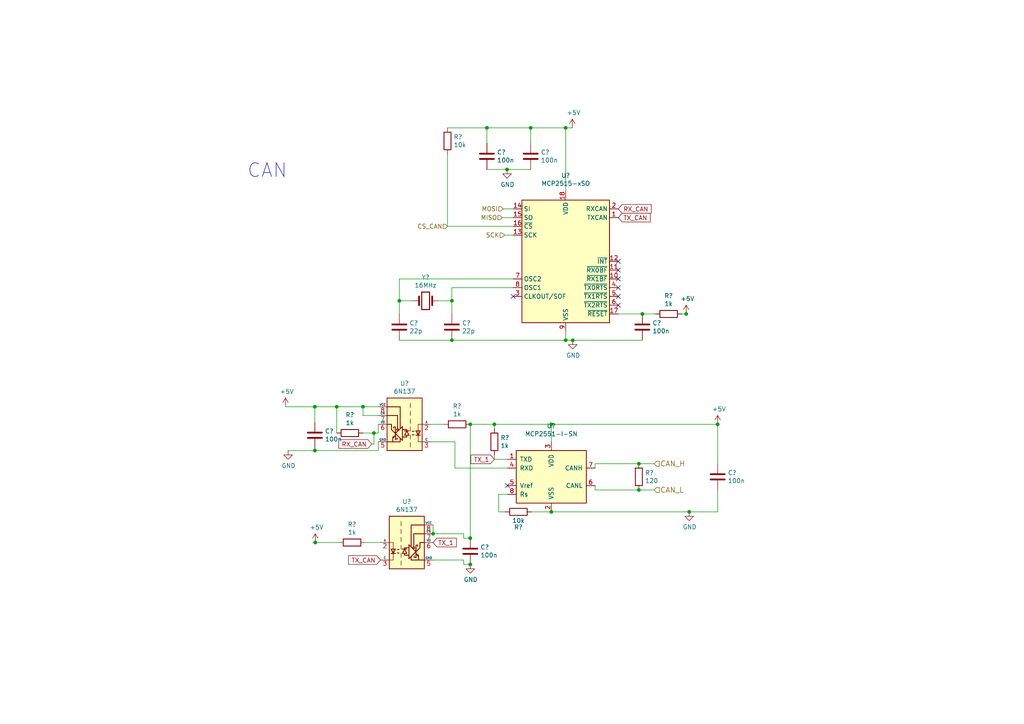
<source format=kicad_sch>
(kicad_sch (version 20230121) (generator eeschema)
  (paper "A4")
  (title_block (title "E16 BMS Master CAN") (date "2022-01-10") (rev "V1") (company "FTAG") (comment 1 "John Pausder"))
  (lib_symbols
    (symbol "Device:C" (pin_numbers hide) (pin_names (offset 0.254))
      (property "Reference" "C" (at 0.635 2.54 0))
      (property "Value" "C" (at 0.635 -2.54 0))
      (symbol "C_0_1"
        (polyline (pts (xy -2.032 -0.762) (xy 2.032 -0.762)) (stroke (width 0.508)))
        (polyline (pts (xy -2.032 0.762) (xy 2.032 0.762)) (stroke (width 0.508)))
      )
      (symbol "C_1_1"
        (pin passive line (at 0 3.81 270) (length 2.794) (name "~") (number "1"))
        (pin passive line (at 0 -3.81 90) (length 2.794) (name "~") (number "2"))
      )
    )
    (symbol "Device:Crystal" (pin_numbers hide) (pin_names (offset 1.016) hide)
      (property "Reference" "Y" (at 0 3.81 0))
      (property "Value" "Crystal" (at 0 -3.81 0))
      (symbol "Crystal_0_1"
        (rectangle (start -1.143 2.54) (end 1.143 -2.54) (stroke (width 0.3048)))
        (polyline (pts (xy -2.54 0) (xy -1.905 0)))
        (polyline (pts (xy -1.905 -1.27) (xy -1.905 1.27)) (stroke (width 0.508)))
        (polyline (pts (xy 1.905 -1.27) (xy 1.905 1.27)) (stroke (width 0.508)))
        (polyline (pts (xy 2.54 0) (xy 1.905 0)))
      )
      (symbol "Crystal_1_1"
        (pin passive line (at -3.81 0 0) (length 1.27) (name "1") (number "1"))
        (pin passive line (at 3.81 0 180) (length 1.27) (name "2") (number "2"))
      )
    )
    (symbol "Device:R" (pin_numbers hide) (pin_names (offset 0))
      (property "Reference" "R" (at 2.032 0 90))
      (property "Value" "R" (at 0 0 90))
      (symbol "R_0_1"
        (rectangle (start -1.016 -2.54) (end 1.016 2.54) (stroke (width 0.254)))
      )
      (symbol "R_1_1"
        (pin passive line (at 0 3.81 270) (length 1.27) (name "~") (number "1"))
        (pin passive line (at 0 -3.81 90) (length 1.27) (name "~") (number "2"))
      )
    )
    (symbol "Interface_CAN_LIN:MCP2515-xSO"
      (property "Reference" "U" (at -10.16 19.685 0))
      (property "Value" "MCP2515-xSO" (at 19.05 20.32 0))
      (symbol "MCP2515-xSO_0_1"
        (rectangle (start -12.7 17.78) (end 12.7 -17.78) (stroke (width 0.254)) (fill (type background)))
      )
      (symbol "MCP2515-xSO_1_1"
        (pin output line (at 15.24 12.7 180) (length 2.54) (name "TXCAN") (number "1"))
        (pin output line (at 15.24 -5.08 180) (length 2.54) (name "~{RX1BF}") (number "10"))
        (pin output line (at 15.24 -2.54 180) (length 2.54) (name "~{RX0BF}") (number "11"))
        (pin output line (at 15.24 0 180) (length 2.54) (name "~{INT}") (number "12"))
        (pin input line (at -15.24 7.62 0) (length 2.54) (name "SCK") (number "13"))
        (pin input line (at -15.24 15.24 0) (length 2.54) (name "SI") (number "14"))
        (pin output line (at -15.24 12.7 0) (length 2.54) (name "SO") (number "15"))
        (pin input line (at -15.24 10.16 0) (length 2.54) (name "~{CS}") (number "16"))
        (pin input line (at 15.24 -15.24 180) (length 2.54) (name "~{RESET}") (number "17"))
        (pin power_in line (at 0 20.32 270) (length 2.54) (name "VDD") (number "18"))
        (pin input line (at 15.24 15.24 180) (length 2.54) (name "RXCAN") (number "2"))
        (pin output line (at -15.24 -10.16 0) (length 2.54) (name "CLKOUT/SOF") (number "3"))
        (pin input line (at 15.24 -7.62 180) (length 2.54) (name "~{TX0RTS}") (number "4"))
        (pin input line (at 15.24 -10.16 180) (length 2.54) (name "~{TX1RTS}") (number "5"))
        (pin input line (at 15.24 -12.7 180) (length 2.54) (name "~{TX2RTS}") (number "6"))
        (pin output line (at -15.24 -5.08 0) (length 2.54) (name "OSC2") (number "7"))
        (pin input line (at -15.24 -7.62 0) (length 2.54) (name "OSC1") (number "8"))
        (pin power_in line (at 0 -20.32 90) (length 2.54) (name "VSS") (number "9"))
      )
    )
    (symbol "Interface_CAN_LIN:MCP2551-I-SN" (pin_names (offset 1.016))
      (property "Reference" "U" (at -10.16 8.89 0))
      (property "Value" "MCP2551-I-SN" (at 2.54 8.89 0))
      (symbol "MCP2551-I-SN_0_1"
        (rectangle (start -10.16 7.62) (end 10.16 -7.62) (stroke (width 0.254)) (fill (type background)))
      )
      (symbol "MCP2551-I-SN_1_1"
        (pin input line (at -12.7 5.08 0) (length 2.54) (name "TXD") (number "1"))
        (pin power_in line (at 0 -10.16 90) (length 2.54) (name "VSS") (number "2"))
        (pin power_in line (at 0 10.16 270) (length 2.54) (name "VDD") (number "3"))
        (pin output line (at -12.7 2.54 0) (length 2.54) (name "RXD") (number "4"))
        (pin power_out line (at -12.7 -2.54 0) (length 2.54) (name "Vref") (number "5"))
        (pin bidirectional line (at 12.7 -2.54 180) (length 2.54) (name "CANL") (number "6"))
        (pin bidirectional line (at 12.7 2.54 180) (length 2.54) (name "CANH") (number "7"))
        (pin input line (at -12.7 -5.08 0) (length 2.54) (name "Rs") (number "8"))
      )
    )
    (symbol "Isolator:6N137" (pin_names (offset 0))
      (property "Reference" "U" (at -4.064 8.89 0))
      (property "Value" "6N137" (at 0 -8.89 0))
      (symbol "6N137_0_1"
        (polyline (pts (xy 2.667 -3.556) (xy 2.667 -1.651)) (stroke (width 0.254)))
        (polyline (pts (xy 2.667 -2.159) (xy 2.667 -2.921)) (stroke (width 0.254)))
        (polyline (pts (xy 3.429 -3.937) (xy 3.429 -5.08)) (stroke (width 0.254)))
        (polyline (pts (xy -0.635 -3.302) (xy -0.635 -3.683) (xy 0.635 -3.683)) (stroke (width 0.254)))
        (polyline (pts (xy -0.635 -1.905) (xy -0.635 -1.524) (xy 0.508 -1.524)) (stroke (width 0.254)))
        (polyline (pts (xy 1.27 -4.064) (xy 1.27 -5.08) (xy 5.08 -5.08)) (stroke (width 0.254)))
        (polyline (pts (xy 1.27 -1.27) (xy 1.27 5.08) (xy 5.08 5.08)) (stroke (width 0.254)))
        (polyline (pts (xy 2.032 -1.27) (xy 2.032 2.54) (xy 5.08 2.54)) (stroke (width 0.254)))
        (polyline (pts (xy -5.08 -5.08) (xy -3.937 -5.08) (xy -3.937 0) (xy -5.08 0)))
        (polyline (pts (xy 2.667 -3.302) (xy 2.667 -4.318) (xy 2.159 -4.318) (xy 2.159 -3.937)) (stroke (width 0.254)))
        (polyline (pts (xy 2.667 -2.667) (xy 0.635 -4.699) (xy 0.635 -0.635) (xy 2.667 -2.667)) (stroke (width 0.254)))
        (polyline (pts (xy 2.667 -1.778) (xy 2.667 -0.762) (xy 3.175 -0.762) (xy 3.175 -1.143)) (stroke (width 0.254)))
        (polyline (pts (xy 2.794 -2.54) (xy 3.81 -1.524) (xy 3.81 0) (xy 5.08 0)) (stroke (width 0.254)))
        (polyline (pts (xy 2.667 -3.175) (xy 3.429 -3.937) (xy 3.302 -3.556) (xy 3.048 -3.81) (xy 3.429 -3.937)) (stroke (width 0.254)))
        (circle (center 2.032 -1.524) (radius 0.254) (stroke (width 0.254)))
      )
      (symbol "6N137_1_1"
        (rectangle (start -5.08 7.62) (end 5.08 -7.62) (stroke (width 0.254)) (fill (type background)))
        (polyline (pts (xy -4.572 -3.175) (xy -3.302 -3.175)) (stroke (width 0.254)))
        (polyline (pts (xy -1.651 -5.334) (xy -1.651 -6.604)))
        (polyline (pts (xy -1.651 -3.048) (xy -1.651 -4.318)))
        (polyline (pts (xy -1.651 -0.762) (xy -1.651 -2.032)))
        (polyline (pts (xy -1.651 1.524) (xy -1.651 0.254)))
        (polyline (pts (xy -1.651 3.81) (xy -1.651 2.54)))
        (polyline (pts (xy -1.651 6.096) (xy -1.651 4.826)))
        (polyline (pts (xy -1.27 -1.905) (xy 0 -1.905)) (stroke (width 0.254)))
        (polyline (pts (xy -3.937 -3.175) (xy -4.572 -1.905) (xy -3.302 -1.905) (xy -3.937 -3.175)) (stroke (width 0.254)))
        (polyline (pts (xy -0.635 -1.905) (xy -1.27 -3.175) (xy 0 -3.175) (xy -0.635 -1.905)) (stroke (width 0.254)))
        (polyline (pts (xy -2.921 -3.048) (xy -2.159 -3.048) (xy -2.54 -3.175) (xy -2.54 -2.921) (xy -2.159 -3.048)) (stroke (width 0.127)))
        (polyline (pts (xy -2.921 -2.032) (xy -2.159 -2.032) (xy -2.54 -2.159) (xy -2.54 -1.905) (xy -2.159 -2.032)) (stroke (width 0.127)))
        (pin no_connect line (at -5.08 5.08 0) (length 2.54) hide (name "NC") (number "1"))
        (pin passive line (at -7.62 0 0) (length 2.54) (name "A") (number "2"))
        (pin passive line (at -7.62 -5.08 0) (length 2.54) (name "C") (number "3"))
        (pin power_in line (at 7.62 -5.08 180) (length 2.54) (name "GND") (number "5"))
        (pin open_collector line (at 7.62 0 180) (length 2.54) (name "VO") (number "6"))
        (pin input line (at 7.62 2.54 180) (length 2.54) (name "EN") (number "7"))
        (pin power_in line (at 7.62 5.08 180) (length 2.54) (name "VCC") (number "8"))
      )
    )
    (symbol "power:+5V" (power) (pin_names (offset 0))
      (property "Value" "+5V" (at 0 3.556 0))
      (symbol "+5V_0_1"
        (polyline (pts (xy -0.762 1.27) (xy 0 2.54)))
        (polyline (pts (xy 0 0) (xy 0 2.54)))
        (polyline (pts (xy 0 2.54) (xy 0.762 1.27)))
      )
      (symbol "+5V_1_1"
        (pin power_in line (at 0 0 90) (length 0) hide (name "+5V") (number "1"))
      )
    )
    (symbol "power:GND" (power) (pin_names (offset 0))
      (property "Value" "GND" (at 0 -3.81 0))
      (symbol "GND_0_1"
        (polyline (pts (xy 0 0) (xy 0 -1.27) (xy 1.27 -1.27) (xy 0 -2.54) (xy -1.27 -1.27) (xy 0 -1.27)))
      )
      (symbol "GND_1_1"
        (pin power_in line (at 0 0 270) (length 0) hide (name "GND") (number "1"))
      )
    )
  )
  (junction (at 91.44 157.353))
  (junction (at 91.313 117.983))
  (junction (at 185.293 134.493))
  (junction (at 153.924 37.084))
  (junction (at 186.309 91.059))
  (junction (at 199.009 91.059))
  (junction (at 164.084 98.679))
  (junction (at 136.398 163.703))
  (junction (at 147.066 49.149))
  (junction (at 143.383 123.063))
  (junction (at 208.153 123.063))
  (junction (at 136.398 123.063))
  (junction (at 199.898 148.463))
  (junction (at 131.064 98.679))
  (junction (at 159.893 123.063))
  (junction (at 164.084 37.084))
  (junction (at 91.313 130.683))
  (junction (at 131.064 87.249))
  (junction (at 185.293 142.113))
  (junction (at 108.458 125.603))
  (junction (at 105.283 117.983))
  (junction (at 159.893 148.463))
  (junction (at 136.398 156.083))
  (junction (at 97.663 117.983))
  (junction (at 141.224 37.084))
  (junction (at 125.603 154.813))
  (junction (at 166.116 98.679))
  (junction (at 115.824 87.249))
  (no_connect (at 179.324 78.359))
  (no_connect (at 179.324 80.899))
  (no_connect (at 179.324 88.519))
  (no_connect (at 179.324 83.439))
  (no_connect (at 179.324 85.979))
  (no_connect (at 179.324 75.819))
  (no_connect (at 147.193 140.843))
  (no_connect (at 148.844 85.979))
  (wire (pts (xy 91.313 130.683) (xy 109.728 130.683)))
  (wire (pts (xy 131.953 128.143) (xy 124.968 128.143)))
  (wire (pts (xy 105.283 120.523) (xy 109.728 120.523)))
  (wire (pts (xy 199.898 148.463) (xy 159.893 148.463)))
  (wire (pts (xy 131.064 83.439) (xy 148.844 83.439)))
  (wire (pts (xy 109.728 128.143) (xy 109.728 130.683)))
  (wire (pts (xy 208.153 134.493) (xy 208.153 123.063)))
  (wire (pts (xy 129.794 65.659) (xy 148.844 65.659)))
  (wire (pts (xy 144.653 148.463) (xy 146.558 148.463)))
  (wire (pts (xy 124.968 123.063) (xy 128.778 123.063)))
  (wire (pts (xy 115.824 98.679) (xy 131.064 98.679)))
  (wire (pts (xy 199.898 148.463) (xy 208.153 148.463)))
  (wire (pts (xy 159.893 148.463) (xy 154.178 148.463)))
  (wire (pts (xy 164.084 37.084) (xy 164.084 55.499)))
  (wire (pts (xy 131.064 91.059) (xy 131.064 87.249)))
  (wire (pts (xy 144.653 143.383) (xy 144.653 148.463)))
  (wire (pts (xy 131.953 135.763) (xy 131.953 128.143)))
  (wire (pts (xy 108.458 125.603) (xy 109.728 125.603)))
  (wire (pts (xy 91.313 117.983) (xy 97.663 117.983)))
  (wire (pts (xy 143.383 133.223) (xy 143.383 131.953)))
  (wire (pts (xy 186.309 91.059) (xy 190.119 91.059)))
  (wire (pts (xy 145.669 63.119) (xy 148.844 63.119)))
  (wire (pts (xy 159.893 123.063) (xy 159.893 128.143)))
  (wire (pts (xy 136.398 123.063) (xy 143.383 123.063)))
  (wire (pts (xy 146.304 68.199) (xy 148.844 68.199)))
  (wire (pts (xy 141.224 49.149) (xy 147.066 49.149)))
  (wire (pts (xy 145.923 60.579) (xy 148.844 60.579)))
  (wire (pts (xy 91.313 130.683) (xy 91.313 130.048)))
  (wire (pts (xy 108.458 128.778) (xy 108.458 125.603)))
  (wire (pts (xy 147.193 135.763) (xy 131.953 135.763)))
  (wire (pts (xy 185.293 142.113) (xy 189.738 142.113)))
  (wire (pts (xy 166.116 98.679) (xy 186.309 98.679)))
  (wire (pts (xy 172.593 134.493) (xy 172.593 135.763)))
  (wire (pts (xy 208.153 142.113) (xy 208.153 148.463)))
  (wire (pts (xy 153.924 37.084) (xy 153.924 41.529)))
  (wire (pts (xy 91.44 157.353) (xy 98.298 157.353)))
  (wire (pts (xy 107.823 128.778) (xy 108.458 128.778)))
  (wire (pts (xy 134.493 156.083) (xy 136.398 156.083)))
  (wire (pts (xy 134.493 154.813) (xy 134.493 156.083)))
  (wire (pts (xy 179.324 91.059) (xy 186.309 91.059)))
  (wire (pts (xy 147.066 49.149) (xy 153.924 49.149)))
  (wire (pts (xy 105.283 117.983) (xy 109.728 117.983)))
  (wire (pts (xy 159.893 123.063) (xy 208.153 123.063)))
  (wire (pts (xy 115.824 91.059) (xy 115.824 87.249)))
  (wire (pts (xy 115.824 87.249) (xy 115.824 80.899)))
  (wire (pts (xy 91.313 130.683) (xy 83.566 130.683)))
  (wire (pts (xy 153.924 37.084) (xy 164.084 37.084)))
  (wire (pts (xy 105.918 157.353) (xy 110.363 157.353)))
  (wire (pts (xy 127.254 87.249) (xy 131.064 87.249)))
  (wire (pts (xy 125.603 154.813) (xy 134.493 154.813)))
  (wire (pts (xy 143.383 124.333) (xy 143.383 123.063)))
  (wire (pts (xy 125.603 162.433) (xy 134.493 162.433)))
  (wire (pts (xy 125.603 154.813) (xy 125.603 152.273)))
  (wire (pts (xy 147.193 143.383) (xy 144.653 143.383)))
  (wire (pts (xy 129.794 37.084) (xy 141.224 37.084)))
  (wire (pts (xy 136.398 156.083) (xy 136.398 123.063)))
  (wire (pts (xy 172.593 142.113) (xy 185.293 142.113)))
  (wire (pts (xy 185.293 134.493) (xy 172.593 134.493)))
  (wire (pts (xy 115.824 80.899) (xy 148.844 80.899)))
  (wire (pts (xy 97.663 125.603) (xy 97.663 117.983)))
  (wire (pts (xy 134.493 163.703) (xy 136.398 163.703)))
  (wire (pts (xy 134.493 162.433) (xy 134.493 163.703)))
  (wire (pts (xy 131.064 98.679) (xy 164.084 98.679)))
  (wire (pts (xy 131.064 87.249) (xy 131.064 83.439)))
  (wire (pts (xy 105.283 125.603) (xy 108.458 125.603)))
  (wire (pts (xy 164.084 98.679) (xy 166.116 98.679)))
  (wire (pts (xy 119.634 87.249) (xy 115.824 87.249)))
  (wire (pts (xy 105.283 117.983) (xy 105.283 120.523)))
  (wire (pts (xy 199.009 91.059) (xy 199.009 91.186)))
  (wire (pts (xy 90.678 157.353) (xy 91.44 157.353)))
  (wire (pts (xy 143.383 123.063) (xy 159.893 123.063)))
  (wire (pts (xy 109.728 125.603) (xy 109.728 123.063)))
  (wire (pts (xy 185.293 134.493) (xy 189.738 134.493)))
  (wire (pts (xy 141.224 37.084) (xy 153.924 37.084)))
  (wire (pts (xy 172.593 140.843) (xy 172.593 142.113)))
  (wire (pts (xy 164.084 96.139) (xy 164.084 98.679)))
  (wire (pts (xy 91.313 122.428) (xy 91.313 117.983)))
  (wire (pts (xy 197.739 91.059) (xy 199.009 91.059)))
  (wire (pts (xy 82.804 117.983) (xy 91.313 117.983)))
  (wire (pts (xy 141.224 41.529) (xy 141.224 37.084)))
  (wire (pts (xy 129.794 44.704) (xy 129.794 65.659)))
  (wire (pts (xy 147.193 133.223) (xy 143.383 133.223)))
  (wire (pts (xy 97.663 117.983) (xy 105.283 117.983)))
  (wire (pts (xy 164.084 37.084) (xy 165.989 37.084)))
  (text "CAN\n" (at 71.628 51.943 0) (effects (font (size 3.9878 3.9878)) (justify left bottom)))
  (global_label "RX_CAN" (shape input) (at 107.823 128.778 180) (property "Intersheetrefs" "${INTERSHEET_REFS}" (effects hide)))
  (global_label "TX_1" (shape input) (at 125.603 157.353 0) (property "Intersheetrefs" "${INTERSHEET_REFS}" (effects hide)))
  (global_label "RX_CAN" (shape input) (at 179.324 60.579 0) (property "Intersheetrefs" "${INTERSHEET_REFS}" (effects hide)))
  (global_label "TX_1" (shape input) (at 143.383 133.223 180) (property "Intersheetrefs" "${INTERSHEET_REFS}" (effects hide)))
  (global_label "TX_CAN" (shape input) (at 110.363 162.433 180) (property "Intersheetrefs" "${INTERSHEET_REFS}" (effects hide)))
  (global_label "TX_CAN" (shape input) (at 179.324 63.119 0) (property "Intersheetrefs" "${INTERSHEET_REFS}" (effects hide)))
  (hierarchical_label "SCK" (shape input) (at 146.304 68.199 180))
  (hierarchical_label "MOSI" (shape input) (at 145.923 60.579 180))
  (hierarchical_label "MISO" (shape input) (at 145.669 63.119 180))
  (hierarchical_label "CAN_L" (shape input) (at 189.738 142.113 0) (effects (font (size 1.4986 1.4986))))
  (hierarchical_label "CAN_H" (shape input) (at 189.738 134.493 0) (effects (font (size 1.4986 1.4986))))
  (hierarchical_label "CS_CAN" (shape input) (at 129.794 65.659 180))
  (symbol (lib_id "Device:C") (at 91.313 126.238 0) (unit 1)
    (property "Reference" "C?" (at 94.234 125.0696 0) (effects (justify left)))
    (property "Value" "100n" (at 94.234 127.381 0) (effects (justify left)))
    (property "Footprint" "Capacitor_SMD:C_1206_3216Metric_Pad1.33x1.80mm_HandSolder" (effects hide))
    (instances (project "E16 BMS Master" (path "" (reference "C?") (unit 1)) (path "" (reference "C4") (unit 1))))
  )
  (symbol (lib_id "Device:R") (at 101.473 125.603 270) (unit 1)
    (property "Reference" "R?" (at 101.473 120.3452 90))
    (property "Value" "1k" (at 101.473 122.6566 90))
    (property "Footprint" "Resistor_SMD:R_1206_3216Metric_Pad1.30x1.75mm_HandSolder" (effects hide))
    (instances (project "E16 BMS Master" (path "" (reference "R?") (unit 1)) (path "" (reference "R7") (unit 1))))
  )
  (symbol (lib_id "Isolator:6N137") (at 117.348 123.063 0) (mirror y) (unit 1)
    (property "Reference" "U?" (at 117.348 111.2012 0))
    (property "Value" "6N137" (at 117.348 113.5126 0))
    (property "Footprint" "Package_DIP:DIP-8_W7.62mm" (effects hide))
    (property "Datasheet" "https://docs.broadcom.com/docs/AV02-0940EN" (effects hide))
    (instances (project "E16 BMS Master" (path "" (reference "U?") (unit 1)) (path "" (reference "U2") (unit 1))))
  )
  (symbol (lib_id "Isolator:6N137") (at 117.983 157.353 0) (unit 1)
    (property "Reference" "U?" (at 117.983 145.4912 0))
    (property "Value" "6N137" (at 117.983 147.8026 0))
    (property "Footprint" "Package_DIP:DIP-8_W7.62mm" (effects hide))
    (property "Datasheet" "https://docs.broadcom.com/docs/AV02-0940EN" (effects hide))
    (instances (project "E16 BMS Master" (path "" (reference "U?") (unit 1)) (path "" (reference "U3") (unit 1))))
  )
  (symbol (lib_id "Interface_CAN_LIN:MCP2551-I-SN") (at 159.893 138.303 0) (unit 1)
    (property "Reference" "U?" (at 159.893 123.5456 0))
    (property "Value" "MCP2551-I-SN" (at 159.893 125.857 0))
    (property "Footprint" "Package_SO:SOIC-8_3.9x4.9mm_P1.27mm" (effects hide))
    (property "Datasheet" "http://ww1.microchip.com/downloads/en/devicedoc/21667d.pdf" (effects hide))
    (instances (project "E16 BMS Master" (path "" (reference "U?") (unit 1)) (path "" (reference "U4") (unit 1))))
  )
  (symbol (lib_id "Device:R") (at 132.588 123.063 270) (unit 1)
    (property "Reference" "R?" (at 132.588 117.8052 90))
    (property "Value" "1k" (at 132.588 120.1166 90))
    (property "Footprint" "Resistor_SMD:R_1206_3216Metric_Pad1.30x1.75mm_HandSolder" (effects hide))
    (instances (project "E16 BMS Master" (path "" (reference "R?") (unit 1)) (path "" (reference "R10") (unit 1))))
  )
  (symbol (lib_id "Device:R") (at 185.293 138.303 180) (unit 1)
    (property "Reference" "R?" (at 187.071 137.1346 0) (effects (justify right)))
    (property "Value" "120" (at 187.071 139.446 0) (effects (justify right)))
    (property "Footprint" "Resistor_SMD:R_1206_3216Metric_Pad1.30x1.75mm_HandSolder" (effects hide))
    (instances (project "E16 BMS Master" (path "" (reference "R?") (unit 1)) (path "" (reference "R13") (unit 1))))
  )
  (symbol (lib_id "Device:C") (at 208.153 138.303 0) (unit 1)
    (property "Reference" "C?" (at 211.074 137.1346 0) (effects (justify left)))
    (property "Value" "100n" (at 211.074 139.446 0) (effects (justify left)))
    (property "Footprint" "Capacitor_SMD:C_1206_3216Metric_Pad1.33x1.80mm_HandSolder" (effects hide))
    (instances (project "E16 BMS Master" (path "" (reference "C?") (unit 1)) (path "" (reference "C11") (unit 1))))
  )
  (symbol (lib_id "Device:C") (at 136.398 159.893 0) (unit 1)
    (property "Reference" "C?" (at 139.319 158.7246 0) (effects (justify left)))
    (property "Value" "100n" (at 139.319 161.036 0) (effects (justify left)))
    (property "Footprint" "Capacitor_SMD:C_1206_3216Metric_Pad1.33x1.80mm_HandSolder" (effects hide))
    (instances (project "E16 BMS Master" (path "" (reference "C?") (unit 1)) (path "" (reference "C7") (unit 1))))
  )
  (symbol (lib_id "Device:R") (at 102.108 157.353 270) (unit 1)
    (property "Reference" "R?" (at 102.108 152.0952 90))
    (property "Value" "1k" (at 102.108 154.4066 90))
    (property "Footprint" "Resistor_SMD:R_1206_3216Metric_Pad1.30x1.75mm_HandSolder" (effects hide))
    (instances (project "E16 BMS Master" (path "" (reference "R?") (unit 1)) (path "" (reference "R8") (unit 1))))
  )
  (symbol (lib_id "Device:R") (at 143.383 128.143 180) (unit 1)
    (property "Reference" "R?" (at 145.161 126.9746 0) (effects (justify right)))
    (property "Value" "1k" (at 145.161 129.286 0) (effects (justify right)))
    (property "Footprint" "Resistor_SMD:R_1206_3216Metric_Pad1.30x1.75mm_HandSolder" (effects hide))
    (instances (project "E16 BMS Master" (path "" (reference "R?") (unit 1)) (path "" (reference "R11") (unit 1))))
  )
  (symbol (lib_id "Device:R") (at 150.368 148.463 90) (unit 1)
    (property "Reference" "R?" (at 150.368 152.908 90))
    (property "Value" "10k" (at 150.368 151.003 90))
    (property "Footprint" "Resistor_SMD:R_1206_3216Metric_Pad1.30x1.75mm_HandSolder" (effects hide))
    (instances (project "E16 BMS Master" (path "" (reference "R?") (unit 1)) (path "" (reference "R12") (unit 1))))
  )
  (symbol (lib_id "Interface_CAN_LIN:MCP2515-xSO") (at 164.084 75.819 0) (unit 1)
    (property "Reference" "U?" (at 164.084 50.9016 0))
    (property "Value" "MCP2515-xSO" (at 164.084 53.213 0))
    (property "Footprint" "Package_SO:SOIC-18W_7.5x11.6mm_P1.27mm" (effects hide))
    (property "Datasheet" "http://ww1.microchip.com/downloads/en/DeviceDoc/21801e.pdf" (effects hide))
    (instances (project "E16 BMS Master" (path "" (reference "U?") (unit 1)) (path "" (reference "U5") (unit 1))))
  )
  (symbol (lib_id "Device:C") (at 115.824 94.869 0) (unit 1)
    (property "Reference" "C?" (at 118.745 93.7006 0) (effects (justify left)))
    (property "Value" "22p" (at 118.745 96.012 0) (effects (justify left)))
    (property "Footprint" "Capacitor_SMD:C_1206_3216Metric_Pad1.33x1.80mm_HandSolder" (effects hide))
    (instances (project "E16 BMS Master" (path "" (reference "C?") (unit 1)) (path "" (reference "C5") (unit 1))))
  )
  (symbol (lib_id "Device:C") (at 131.064 94.869 0) (unit 1)
    (property "Reference" "C?" (at 133.985 93.7006 0) (effects (justify left)))
    (property "Value" "22p" (at 133.985 96.012 0) (effects (justify left)))
    (property "Footprint" "Capacitor_SMD:C_1206_3216Metric_Pad1.33x1.80mm_HandSolder" (effects hide))
    (instances (project "E16 BMS Master" (path "" (reference "C?") (unit 1)) (path "" (reference "C6") (unit 1))))
  )
  (symbol (lib_id "Device:C") (at 186.309 94.869 0) (unit 1)
    (property "Reference" "C?" (at 189.23 93.7006 0) (effects (justify left)))
    (property "Value" "100n" (at 189.23 96.012 0) (effects (justify left)))
    (property "Footprint" "Capacitor_SMD:C_1206_3216Metric_Pad1.33x1.80mm_HandSolder" (effects hide))
    (instances (project "E16 BMS Master" (path "" (reference "C?") (unit 1)) (path "" (reference "C10") (unit 1))))
  )
  (symbol (lib_id "Device:C") (at 141.224 45.339 0) (unit 1)
    (property "Reference" "C?" (at 144.145 44.1706 0) (effects (justify left)))
    (property "Value" "100n" (at 144.145 46.482 0) (effects (justify left)))
    (property "Footprint" "Capacitor_SMD:C_1206_3216Metric_Pad1.33x1.80mm_HandSolder" (effects hide))
    (instances (project "E16 BMS Master" (path "" (reference "C?") (unit 1)) (path "" (reference "C8") (unit 1))))
  )
  (symbol (lib_id "Device:C") (at 153.924 45.339 0) (unit 1)
    (property "Reference" "C?" (at 156.845 44.1706 0) (effects (justify left)))
    (property "Value" "100n" (at 156.845 46.482 0) (effects (justify left)))
    (property "Footprint" "Capacitor_SMD:C_1206_3216Metric_Pad1.33x1.80mm_HandSolder" (effects hide))
    (instances (project "E16 BMS Master" (path "" (reference "C?") (unit 1)) (path "" (reference "C9") (unit 1))))
  )
  (symbol (lib_id "Device:Crystal") (at 123.444 87.249 0) (unit 1)
    (property "Reference" "Y?" (at 123.444 80.4418 0))
    (property "Value" "16MHz" (at 123.444 82.7532 0))
    (property "Footprint" "Crystal:Crystal_SMD_HC49-SD_HandSoldering" (effects hide))
    (instances (project "E16 BMS Master" (path "" (reference "Y?") (unit 1)) (path "" (reference "Y1") (unit 1))))
  )
  (symbol (lib_id "Device:R") (at 129.794 40.894 0) (unit 1)
    (property "Reference" "R?" (at 131.572 39.7256 0) (effects (justify left)))
    (property "Value" "10k" (at 131.572 42.037 0) (effects (justify left)))
    (property "Footprint" "Resistor_SMD:R_1206_3216Metric_Pad1.30x1.75mm_HandSolder" (effects hide))
    (instances (project "E16 BMS Master" (path "" (reference "R?") (unit 1)) (path "" (reference "R9") (unit 1))))
  )
  (symbol (lib_id "Device:R") (at 193.929 91.059 270) (unit 1)
    (property "Reference" "R?" (at 193.929 85.8012 90))
    (property "Value" "1k" (at 193.929 88.1126 90))
    (property "Footprint" "Resistor_SMD:R_1206_3216Metric_Pad1.30x1.75mm_HandSolder" (effects hide))
    (instances (project "E16 BMS Master" (path "" (reference "R?") (unit 1)) (path "" (reference "R14") (unit 1))))
  )
  (symbol (lib_id "power:+5V") (at 165.989 37.084 0) (unit 1)
    (property "Reference" "#PWR0101" (effects hide))
    (property "Value" "+5V" (at 166.37 32.6898 0))
  )
  (symbol (lib_id "power:+5V") (at 199.009 91.059 0) (unit 1)
    (property "Reference" "#PWR0102" (effects hide))
    (property "Value" "+5V" (at 199.39 86.6648 0))
  )
  (symbol (lib_id "power:+5V") (at 82.804 117.983 0) (unit 1)
    (property "Reference" "#PWR0103" (effects hide))
    (property "Value" "+5V" (at 83.185 113.5888 0))
  )
  (symbol (lib_id "power:+5V") (at 91.44 157.353 0) (unit 1)
    (property "Reference" "#PWR0104" (effects hide))
    (property "Value" "+5V" (at 91.821 152.9588 0))
  )
  (symbol (lib_id "power:+5V") (at 208.153 123.063 0) (unit 1)
    (property "Reference" "#PWR0105" (effects hide))
    (property "Value" "+5V" (at 208.534 118.6688 0))
  )
  (symbol (lib_id "power:GND") (at 166.116 98.679 0) (unit 1)
    (property "Reference" "#PWR0106" (effects hide))
    (property "Value" "GND" (at 166.243 103.0732 0))
  )
  (symbol (lib_id "power:GND") (at 199.898 148.463 0) (unit 1)
    (property "Reference" "#PWR0107" (effects hide))
    (property "Value" "GND" (at 200.025 152.8572 0))
  )
  (symbol (lib_id "power:GND") (at 136.398 163.703 0) (unit 1)
    (property "Reference" "#PWR0108" (effects hide))
    (property "Value" "GND" (at 136.525 168.0972 0))
  )
  (symbol (lib_id "power:GND") (at 83.566 130.683 0) (unit 1)
    (property "Reference" "#PWR0109" (effects hide))
    (property "Value" "GND" (at 83.693 135.0772 0))
  )
  (symbol (lib_id "power:GND") (at 147.066 49.149 0) (unit 1)
    (property "Reference" "#PWR0110" (effects hide))
    (property "Value" "GND" (at 147.193 53.5432 0))
  )
)
</source>
